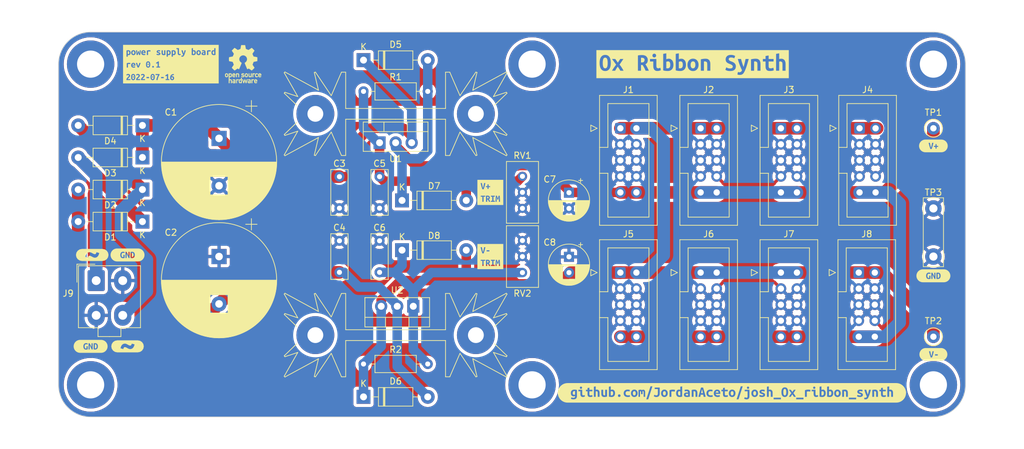
<source format=kicad_pcb>
(kicad_pcb (version 20221018) (generator pcbnew)
  (title_block (title "Josh Ox Ribbon Synth power supply board") (date "2022-06-26") (rev "0") (comment 2 "creativecommons.org/licenses/by/4.0") (comment 3 "license: CC by 4.0") (comment 4 "Author: Jordan Aceto"))
  (layers (0 "F.Cu" signal) (31 "B.Cu" signal) (34 "B.Paste" user) (35 "F.Paste" user) (36 "B.SilkS" user "B.Silkscreen") (37 "F.SilkS" user "F.Silkscreen") (38 "B.Mask" user) (39 "F.Mask" user) (44 "Edge.Cuts" user))
  (net 0 "")
  (net 1 "Net-(C1-Pad1)")
  (net 2 "GND")
  (net 3 "Net-(C2-Pad2)")
  (net 4 "Net-(C5-Pad1)")
  (net 5 "Net-(C6-Pad2)")
  (net 6 "+15V")
  (net 7 "-15V")
  (net 8 "Net-(D1-Pad1)")
  (net 9 "Net-(D2-Pad1)")
  (footprint "kibuzzard-62B8A02A" (layer "F.Cu") (at 85.09 106.68)
    (fp_text reference "kibuzzard-62B8A02A" hide)
    (fp_text value "G***" hide)
  )
  (footprint "Package_TO_SOT_THT:TO-220-3_Vertical" (layer "F.Cu") (at 130.556 88.9)
    (fp_text reference "U1" (at 2.54 2.54) (layer "F.SilkS"))
    (fp_text value "LM317_TO-220")
    (pad "1" thru_hole rect (at 0 0) (size 1.905 2) (drill 1.1) (layers "*.Cu" "*.Mask") (net 4 "Net-(C5-Pad1)"))
    (pad "2" thru_hole oval (at 2.54 0) (size 1.905 2) (drill 1.1) (layers "*.Cu" "*.Mask") (net 6 "+15V"))
    (pad "3" thru_hole oval (at 5.08 0) (size 1.905 2) (drill 1.1) (layers "*.Cu" "*.Mask") (net 1 "Net-(C1-Pad1)"))
  )
  (footprint "kibuzzard-62AC7A9F" (layer "F.Cu") (at 180.086 76.454)
    (fp_text reference "kibuzzard-62AC7A9F" hide)
    (fp_text value "G***" hide)
  )
  (footprint "Resistor_THT:R_Axial_DIN0207_L6.3mm_D2.5mm_P10.16mm_Horizontal" (layer "F.Cu") (at 138.176 80.772 180)
    (fp_text reference "R1" (at 5.08 2.286) (layer "F.SilkS"))
    (fp_text value "240")
    (pad "1" thru_hole circle (at 0 0 180) (size 1.6 1.6) (drill 0.8) (layers "*.Cu" "*.Mask") (net 6 "+15V"))
    (pad "2" thru_hole oval (at 10.16 0 180) (size 1.6 1.6) (drill 0.8) (layers "*.Cu" "*.Mask") (net 4 "Net-(C5-Pad1)"))
  )
  (footprint "Diode_THT:D_DO-41_SOD81_P10.16mm_Horizontal" (layer "F.Cu") (at 134.112 98.044)
    (fp_text reference "D7" (at 5.08 -2.286 180) (layer "F.SilkS"))
    (fp_text value "1N4002")
    (fp_text user "K" (at 0 -2.1) (layer "F.SilkS"))
    (pad "1" thru_hole rect (at 0 0) (size 2.2 2.2) (drill 1.1) (layers "*.Cu" "*.Mask") (net 6 "+15V"))
    (pad "2" thru_hole oval (at 10.16 0) (size 2.2 2.2) (drill 1.1) (layers "*.Cu" "*.Mask") (net 4 "Net-(C5-Pad1)"))
  )
  (footprint "kibuzzard-62B89F93" (layer "F.Cu") (at 90.678 106.68)
    (fp_text reference "kibuzzard-62B89F93" hide)
    (fp_text value "G***" hide)
  )
  (footprint "TestPoint:TestPoint_Bridge_Pitch7.62mm_Drill1.3mm" (layer "F.Cu") (at 218.186 106.934 90)
    (fp_text reference "TP3" (at 10.16 0 180) (layer "F.SilkS"))
    (fp_text value "GND")
    (pad "1" thru_hole circle (at 0 0 90) (size 2.6 2.6) (drill 1.3) (layers "*.Cu" "*.Mask") (net 2 "GND"))
    (pad "1" thru_hole circle (at 7.62 0 90) (size 2.6 2.6) (drill 1.3) (layers "*.Cu" "*.Mask") (net 2 "GND"))
  )
  (footprint "kibuzzard-62B89FD2" (layer "F.Cu") (at 148.082 96.774)
    (fp_text reference "kibuzzard-62B89FD2" hide)
    (fp_text value "G***" hide)
  )
  (footprint "Connector_IDC:IDC-Header_2x05_P2.54mm_Vertical" (layer "F.Cu") (at 168.656 86.614)
    (fp_text reference "J1" (at 1.27 -6.1) (layer "F.SilkS"))
    (fp_text value "power_out")
    (pad "1" thru_hole roundrect (at 0 0) (size 1.7 1.7) (drill 1) (layers "*.Cu" "*.Mask") (roundrect_rratio 0.147059) (net 7 "-15V"))
    (pad "2" thru_hole circle (at 2.54 0) (size 1.7 1.7) (drill 1) (layers "*.Cu" "*.Mask") (net 7 "-15V"))
    (pad "3" thru_hole circle (at 0 2.54) (size 1.7 1.7) (drill 1) (layers "*.Cu" "*.Mask") (net 2 "GND"))
    (pad "4" thru_hole circle (at 2.54 2.54) (size 1.7 1.7) (drill 1) (layers "*.Cu" "*.Mask") (net 2 "GND"))
    (pad "5" thru_hole circle (at 0 5.08) (size 1.7 1.7) (drill 1) (layers "*.Cu" "*.Mask") (net 2 "GND"))
    (pad "6" thru_hole circle (at 2.54 5.08) (size 1.7 1.7) (drill 1) (layers "*.Cu" "*.Mask") (net 2 "GND"))
    (pad "7" thru_hole circle (at 0 7.62) (size 1.7 1.7) (drill 1) (layers "*.Cu" "*.Mask") (net 2 "GND"))
    (pad "8" thru_hole circle (at 2.54 7.62) (size 1.7 1.7) (drill 1) (layers "*.Cu" "*.Mask") (net 2 "GND"))
    (pad "9" thru_hole circle (at 0 10.16) (size 1.7 1.7) (drill 1) (layers "*.Cu" "*.Mask") (net 6 "+15V"))
    (pad "10" thru_hole circle (at 2.54 10.16) (size 1.7 1.7) (drill 1) (layers "*.Cu" "*.Mask") (net 6 "+15V"))
  )
  (footprint "Diode_THT:D_DO-41_SOD81_P10.16mm_Horizontal" (layer "F.Cu") (at 93.032 86.158 180)
    (fp_text reference "D4" (at 5.08 -2.47) (layer "F.SilkS"))
    (fp_text value "1N4002")
    (fp_text user "K" (at 0 -2.1) (layer "F.SilkS"))
    (pad "1" thru_hole rect (at 0 0 180) (size 2.2 2.2) (drill 1.1) (layers "*.Cu" "*.Mask") (net 1 "Net-(C1-Pad1)"))
    (pad "2" thru_hole oval (at 10.16 0 180) (size 2.2 2.2) (drill 1.1) (layers "*.Cu" "*.Mask") (net 9 "Net-(D2-Pad1)"))
  )
  (footprint "Symbol:OSHW-Logo_5.7x6mm_SilkScreen" (layer "F.Cu") (at 108.966 76.454)
    (fp_text reference "REF**" hide)
    (fp_text value "OSHW-Logo_5.7x6mm_SilkScreen" hide)
  )
  (footprint "Diode_THT:D_DO-41_SOD81_P10.16mm_Horizontal" (layer "F.Cu") (at 93.032 91.238 180)
    (fp_text reference "D3" (at 5.08 -2.47) (layer "F.SilkS"))
    (fp_text value "1N4002")
    (fp_text user "K" (at 0 -2.1) (layer "F.SilkS"))
    (pad "1" thru_hole rect (at 0 0 180) (size 2.2 2.2) (drill 1.1) (layers "*.Cu" "*.Mask") (net 1 "Net-(C1-Pad1)"))
    (pad "2" thru_hole oval (at 10.16 0 180) (size 2.2 2.2) (drill 1.1) (layers "*.Cu" "*.Mask") (net 8 "Net-(D1-Pad1)"))
  )
  (footprint "MountingHole:MountingHole_4.3mm_M4_DIN965_Pad" (layer "F.Cu") (at 84.836 76.454)
    (fp_text reference "REF**" hide)
    (fp_text value "MountingHole_4.3mm_M4_DIN965_Pad")
    (pad "1" thru_hole circle locked (at 0 0) (size 7.5 7.5) (drill 4.3) (layers "*.Cu" "*.Mask"))
  )
  (footprint "Diode_THT:D_DO-41_SOD81_P10.16mm_Horizontal" (layer "F.Cu") (at 93.032 101.398 180)
    (fp_text reference "D1" (at 5.08 -2.47) (layer "F.SilkS"))
    (fp_text value "1N4002")
    (fp_text user "K" (at 0 -2.1) (layer "F.SilkS"))
    (pad "1" thru_hole rect (at 0 0 180) (size 2.2 2.2) (drill 1.1) (layers "*.Cu" "*.Mask") (net 8 "Net-(D1-Pad1)"))
    (pad "2" thru_hole oval (at 10.16 0 180) (size 2.2 2.2) (drill 1.1) (layers "*.Cu" "*.Mask") (net 3 "Net-(C2-Pad2)"))
  )
  (footprint "custom_footprints:Heatsink_Fischer_SK104-STC-STIC_35x13mm_2xDrill2.5mm" (layer "F.Cu") (at 133.096 119.38)
    (fp_text reference "REF**" hide)
    (fp_text value "Heatsink_Fischer_SK104-STC-STIC_35x13mm_2xDrill2.5mm")
    (pad "1" thru_hole circle (at -12.7 0 180) (size 6 6) (drill 2.5) (layers "*.Cu" "*.Mask"))
    (pad "1" thru_hole circle (at 12.7 0) (size 6 6) (drill 2.5) (layers "*.Cu" "*.Mask"))
  )
  (footprint "Capacitor_THT:CP_Radial_D18.0mm_P7.50mm" (layer "F.Cu") (at 105.156 106.934 -90)
    (fp_text reference "C2" (at -3.81 7.62 180) (layer "F.SilkS"))
    (fp_text value "3300u")
    (pad "1" thru_hole rect (at 0 0 270) (size 2.4 2.4) (drill 1.2) (layers "*.Cu" "*.Mask") (net 2 "GND"))
    (pad "2" thru_hole circle (at 7.5 0 270) (size 2.4 2.4) (drill 1.2) (layers "*.Cu" "*.Mask") (net 3 "Net-(C2-Pad2)"))
  )
  (footprint "Connector_IDC:IDC-Header_2x05_P2.54mm_Vertical" (layer "F.Cu") (at 206.502 86.614)
    (fp_text reference "J4" (at 1.27 -6.1) (layer "F.SilkS"))
    (fp_text value "power_out")
    (pad "1" thru_hole roundrect (at 0 0) (size 1.7 1.7) (drill 1) (layers "*.Cu" "*.Mask") (roundrect_rratio 0.147059) (net 7 "-15V"))
    (pad "2" thru_hole circle (at 2.54 0) (size 1.7 1.7) (drill 1) (layers "*.Cu" "*.Mask") (net 7 "-15V"))
    (pad "3" thru_hole circle (at 0 2.54) (size 1.7 1.7) (drill 1) (layers "*.Cu" "*.Mask") (net 2 "GND"))
    (pad "4" thru_hole circle (at 2.54 2.54) (size 1.7 1.7) (drill 1) (layers "*.Cu" "*.Mask") (net 2 "GND"))
    (pad "5" thru_hole circle (at 0 5.08) (size 1.7 1.7) (drill 1) (layers "*.Cu" "*.Mask") (net 2 "GND"))
    (pad "6" thru_hole circle (at 2.54 5.08) (size 1.7 1.7) (drill 1) (layers "*.Cu" "*.Mask") (net 2 "GND"))
    (pad "7" thru_hole circle (at 0 7.62) (size 1.7 1.7) (drill 1) (layers "*.Cu" "*.Mask") (net 2 "GND"))
    (pad "8" thru_hole circle (at 2.54 7.62) (size 1.7 1.7) (drill 1) (layers "*.Cu" "*.Mask") (net 2 "GND"))
    (pad "9" thru_hole circle (at 0 10.16) (size 1.7 1.7) (drill 1) (layers "*.Cu" "*.Mask") (net 6 "+15V"))
    (pad "10" thru_hole circle (at 2.54 10.16) (size 1.7 1.7) (drill 1) (layers "*.Cu" "*.Mask") (net 6 "+15V"))
  )
  (footprint "kibuzzard-62B89F9F" (layer "F.Cu") (at 218.186 89.408)
    (fp_text reference "kibuzzard-62B89F9F" hide)
    (fp_text value "G***" hide)
  )
  (footprint "Potentiometer_THT:Potentiometer_Bourns_3296W_Vertical" (layer "F.Cu") (at 153.162 104.394 90)
    (fp_text reference "RV2" (at -8.382 0 180) (layer "F.SilkS"))
    (fp_text value "5k")
    (pad "1" thru_hole circle (at 0 0 90) (size 1.44 1.44) (drill 0.8) (layers "*.Cu" "*.Mask") (net 2 "GND"))
    (pad "2" thru_hole circle (at -2.54 0 90) (size 1.44 1.44) (drill 0.8) (layers "*.Cu" "*.Mask") (net 2 "GND"))
    (pad "3" thru_hole circle (at -5.08 0 90) (size 1.44 1.44) (drill 0.8) (layers "*.Cu" "*.Mask") (net 5 "Net-(C6-Pad2)"))
  )
  (footprint "Capacitor_THT:C_Rect_L7.0mm_W2.5mm_P5.00mm" (layer "F.Cu") (at 124.206 104.434 -90)
    (fp_text reference "C4" (at -2.072 0 180) (layer "F.SilkS"))
    (fp_text value "100n")
    (pad "1" thru_hole circle (at 0 0 270) (size 1.6 1.6) (drill 0.8) (layers "*.Cu" "*.Mask") (net 2 "GND"))
    (pad "2" thru_hole circle (at 5 0 270) (size 1.6 1.6) (drill 0.8) (layers "*.Cu" "*.Mask") (net 3 "Net-(C2-Pad2)"))
  )
  (footprint "Connector_IDC:IDC-Header_2x05_P2.54mm_Vertical" (layer "F.Cu") (at 206.376 109.474)
    (fp_text reference "J8" (at 1.27 -6.1) (layer "F.SilkS"))
    (fp_text value "power_out")
    (pad "1" thru_hole roundrect (at 0 0) (size 1.7 1.7) (drill 1) (layers "*.Cu" "*.Mask") (roundrect_rratio 0.147059) (net 7 "-15V"))
    (pad "2" thru_hole circle (at 2.54 0) (size 1.7 1.7) (drill 1) (layers "*.Cu" "*.Mask") (net 7 "-15V"))
    (pad "3" thru_hole circle (at 0 2.54) (size 1.7 1.7) (drill 1) (layers "*.Cu" "*.Mask") (net 2 "GND"))
    (pad "4" thru_hole circle (at 2.54 2.54) (size 1.7 1.7) (drill 1) (layers "*.Cu" "*.Mask") (net 2 "GND"))
    (pad "5" thru_hole circle (at 0 5.08) (size 1.7 1.7) (drill 1) (layers "*.Cu" "*.Mask") (net 2 "GND"))
    (pad "6" thru_hole circle (at 2.54 5.08) (size 1.7 1.7) (drill 1) (layers "*.Cu" "*.Mask") (net 2 "GND"))
    (pad "7" thru_hole circle (at 0 7.62) (size 1.7 1.7) (drill 1) (layers "*.Cu" "*.Mask") (net 2 "GND"))
    (pad "8" thru_hole circle (at 2.54 7.62) (size 1.7 1.7) (drill 1) (layers "*.Cu" "*.Mask") (net 2 "GND"))
    (pad "9" thru_hole circle (at 0 10.16) (size 1.7 1.7) (drill 1) (layers "*.Cu" "*.Mask") (net 6 "+15V"))
    (pad "10" thru_hole circle (at 2.54 10.16) (size 1.7 1.7) (drill 1) (layers "*.Cu" "*.Mask") (net 6 "+15V"))
  )
  (footprint "Connector_IDC:IDC-Header_2x05_P2.54mm_Vertical" (layer "F.Cu") (at 194.056 86.614)
    (fp_text reference "J3" (at 1.27 -6.1) (layer "F.SilkS"))
    (fp_text value "power_out")
    (pad "1" thru_hole roundrect (at 0 0) (size 1.7 1.7) (drill 1) (layers "*.Cu" "*.Mask") (roundrect_rratio 0.147059) (net 7 "-15V"))
    (pad "2" thru_hole circle (at 2.54 0) (size 1.7 1.7) (drill 1) (layers "*.Cu" "*.Mask") (net 7 "-15V"))
    (pad "3" thru_hole circle (at 0 2.54) (size 1.7 1.7) (drill 1) (layers "*.Cu" "*.Mask") (net 2 "GND"))
    (pad "4" thru_hole circle (at 2.54 2.54) (size 1.7 1.7) (drill 1) (layers "*.Cu" "*.Mask") (net 2 "GND"))
    (pad "5" thru_hole circle (at 0 5.08) (size 1.7 1.7) (drill 1) (layers "*.Cu" "*.Mask") (net 2 "GND"))
    (pad "6" thru_hole circle (at 2.54 5.08) (size 1.7 1.7) (drill 1) (layers "*.Cu" "*.Mask") (net 2 "GND"))
    (pad "7" thru_hole circle (at 0 7.62) (size 1.7 1.7) (drill 1) (layers "*.Cu" "*.Mask") (net 2 "GND"))
    (pad "8" thru_hole circle (at 2.54 7.62) (size 1.7 1.7) (drill 1) (layers "*.Cu" "*.Mask") (net 2 "GND"))
    (pad "9" thru_hole circle (at 0 10.16) (size 1.7 1.7) (drill 1) (layers "*.Cu" "*.Mask") (net 6 "+15V"))
    (pad "10" thru_hole circle (at 2.54 10.16) (size 1.7 1.7) (drill 1) (layers "*.Cu" "*.Mask") (net 6 "+15V"))
  )
  (footprint "Connector_IDC:IDC-Header_2x05_P2.54mm_Vertical" (layer "F.Cu") (at 168.656 109.474)
    (fp_text reference "J5" (at 1.27 -6.1) (layer "F.SilkS"))
    (fp_text value "power_out")
    (pad "1" thru_hole roundrect (at 0 0) (size 1.7 1.7) (drill 1) (layers "*.Cu" "*.Mask") (roundrect_rratio 0.147059) (net 7 "-15V"))
    (pad "2" thru_hole circle (at 2.54 0) (size 1.7 1.7) (drill 1) (layers "*.Cu" "*.Mask") (net 7 "-15V"))
    (pad "3" thru_hole circle (at 0 2.54) (size 1.7 1.7) (drill 1) (layers "*.Cu" "*.Mask") (net 2 "GND"))
    (pad "4" thru_hole circle (at 2.54 2.54) (size 1.7 1.7) (drill 1) (layers "*.Cu" "*.Mask") (net 2 "GND"))
    (pad "5" thru_hole circle (at 0 5.08) (size 1.7 1.7) (drill 1) (layers "*.Cu" "*.Mask") (net 2 "GND"))
    (pad "6" thru_hole circle (at 2.54 5.08) (size 1.7 1.7) (drill 1) (layers "*.Cu" "*.Mask") (net 2 "GND"))
    (pad "7" thru_hole circle (at 0 7.62) (size 1.7 1.7) (drill 1) (layers "*.Cu" "*.Mask") (net 2 "GND"))
    (pad "8" thru_hole circle (at 2.54 7.62) (size 1.7 1.7) (drill 1) (layers "*.Cu" "*.Mask") (net 2 "GND"))
    (pad "9" thru_hole circle (at 0 10.16) (size 1.7 1.7) (drill 1) (layers "*.Cu" "*.Mask") (net 6 "+15V"))
    (pad "10" thru_hole circle (at 2.54 10.16) (size 1.7 1.7) (drill 1) (layers "*.Cu" "*.Mask") (net 6 "+15V"))
  )
  (footprint "Capacitor_THT:CP_Radial_D6.3mm_P2.50mm" (layer "F.Cu") (at 160.528 96.814 -90)
    (fp_text reference "C7" (at -2.119621 3.048 180) (layer "F.SilkS"))
    (fp_text value "10u")
    (pad "1" thru_hole rect (at 0 0 270) (size 1.6 1.6) (drill 0.8) (layers "*.Cu" "*.Mask") (net 6 "+15V"))
    (pad "2" thru_hole circle (at 2.5 0 270) (size 1.6 1.6) (drill 0.8) (layers "*.Cu" "*.Mask") (net 2 "GND"))
  )
  (footprint "Capacitor_THT:CP_Radial_D18.0mm_P7.50mm" (layer "F.Cu") (at 105.156 88.21622 -90)
    (fp_text reference "C1" (at -4.14222 7.62 180) (layer "F.SilkS"))
    (fp_text value "3300u")
    (pad "1" thru_hole rect (at 0 0 270) (size 2.4 2.4) (drill 1.2) (layers "*.Cu" "*.Mask") (net 1 "Net-(C1-Pad1)"))
    (pad "2" thru_hole circle (at 7.5 0 270) (size 2.4 2.4) (drill 1.2) (layers "*.Cu" "*.Mask") (net 2 "GND"))
  )
  (footprint "Resistor_THT:R_Axial_DIN0207_L6.3mm_D2.5mm_P10.16mm_Horizontal" (layer "F.Cu") (at 138.176 123.952 180)
    (fp_text reference "R2" (at 5.08 2.286) (layer "F.SilkS"))
    (fp_text value "240")
    (pad "1" thru_hole circle (at 0 0 180) (size 1.6 1.6) (drill 0.8) (layers "*.Cu" "*.Mask") (net 5 "Net-(C6-Pad2)"))
    (pad "2" thru_hole oval (at 10.16 0 180) (size 1.6 1.6) (drill 0.8) (layers "*.Cu" "*.Mask") (net 7 "-15V"))
  )
  (footprint "Capacitor_THT:C_Rect_L7.0mm_W2.5mm_P5.00mm" (layer "F.Cu") (at 130.556 94.274 -90)
    (fp_text reference "C5" (at -2.072 0 180) (layer "F.SilkS"))
    (fp_text value "100n")
    (pad "1" thru_hole circle (at 0 0 270) (size 1.6 1.6) (drill 0.8) (layers "*.Cu" "*.Mask") (net 4 "Net-(C5-Pad1)"))
    (pad "2" thru_hole circle (at 5 0 270) (size 1.6 1.6) (drill 0.8) (layers "*.Cu" "*.Mask") (net 2 "GND"))
  )
  (footprint "custom_footprints:Heatsink_Fischer_SK104-STC-STIC_35x13mm_2xDrill2.5mm" (layer "F.Cu") (at 133.096 84.328)
    (fp_text reference "REF**" hide)
    (fp_text value "Heatsink_Fischer_SK104-STC-STIC_35x13mm_2xDrill2.5mm")
    (pad "1" thru_hole circle (at -12.7 0 180) (size 6 6) (drill 2.5) (layers "*.Cu" "*.Mask"))
    (pad "1" thru_hole circle (at 12.7 0) (size 6 6) (drill 2.5) (layers "*.Cu" "*.Mask"))
  )
  (footprint "MountingHole:MountingHole_4.3mm_M4_DIN965_Pad" (layer "F.Cu") (at 218.186 76.454)
    (fp_text reference "REF**" hide)
    (fp_text value "MountingHole_4.3mm_M4_DIN965_Pad")
    (pad "1" thru_hole circle locked (at 0 0) (size 7.5 7.5) (drill 4.3) (layers "*.Cu" "*.Mask"))
  )
  (footprint "MountingHole:MountingHole_4.3mm_M4_DIN965_Pad" (layer "F.Cu") (at 218.186 127.254)
    (fp_text reference "REF**" hide)
    (fp_text value "MountingHole_4.3mm_M4_DIN965_Pad")
    (pad "1" thru_hole circle locked (at 0 0) (size 7.5 7.5) (drill 4.3) (layers "*.Cu" "*.Mask"))
  )
  (footprint "Diode_THT:D_DO-41_SOD81_P10.16mm_Horizontal" (layer "F.Cu") (at 128.016 75.819)
    (fp_text reference "D5" (at 5.08 -2.47) (layer "F.SilkS"))
    (fp_text value "1N4002")
    (fp_text user "K" (at 0 -2.1) (layer "F.SilkS"))
    (pad "1" thru_hole rect (at 0 0) (size 2.2 2.2) (drill 1.1) (layers "*.Cu" "*.Mask") (net 1 "Net-(C1-Pad1)"))
    (pad "2" thru_hole oval (at 10.16 0) (size 2.2 2.2) (drill 1.1) (layers "*.Cu" "*.Mask") (net 6 "+15V"))
  )
  (footprint "MountingHole:MountingHole_4.3mm_M4_DIN965_Pad" (layer "F.Cu") (at 154.686 127.254)
    (fp_text reference "REF**" hide)
    (fp_text value "MountingHole_4.3mm_M4_DIN965_Pad")
    (pad "1" thru_hole circle locked (at 0 0) (size 7.5 7.5) (drill 4.3) (layers "*.Cu" "*.Mask"))
  )
  (footprint "TestPoint:TestPoint_Keystone_5000-5004_Miniature" (layer "F.Cu") (at 218.186 119.634)
    (fp_text reference "TP2" (at 0 -2.5) (layer "F.SilkS"))
    (fp_text value "V-")
    (pad "1" thru_hole circle (at 0 0) (size 2 2) (drill 1) (layers "*.Cu" "*.Mask") (net 7 "-15V"))
  )
  (footprint "Connector_IDC:IDC-Header_2x05_P2.54mm_Vertical" (layer "F.Cu") (at 194.056 109.474)
    (fp_text reference "J7" (at 1.27 -6.1) (layer "F.SilkS"))
    (fp_text value "power_out")
    (pad "1" thru_hole roundrect (at 0 0) (size 1.7 1.7) (drill 1) (layers "*.Cu" "*.Mask") (roundrect_rratio 0.147059) (net 7 "-15V"))
    (pad "2" thru_hole circle (at 2.54 0) (size 1.7 1.7) (drill 1) (layers "*.Cu" "*.Mask") (net 7 "-15V"))
    (pad "3" thru_hole circle (at 0 2.54) (size 1.7 1.7) (drill 1) (layers "*.Cu" "*.Mask") (net 2 "GND"))
    (pad "4" thru_hole circle (at 2.54 2.54) (size 1.7 1.7) (drill 1) (layers "*.Cu" "*.Mask") (net 2 "GND"))
    (pad "5" thru_hole circle (at 0 5.08) (size 1.7 1.7) (drill 1) (layers "*.Cu" "*.Mask") (net 2 "GND"))
    (pad "6" thru_hole circle (at 2.54 5.08) (size 1.7 1.7) (drill 1) (layers "*.Cu" "*.Mask") (net 2 "GND"))
    (pad "7" thru_hole circle (at 0 7.62) (size 1.7 1.7) (drill 1) (layers "*.Cu" "*.Mask") (net 2 "GND"))
    (pad "8" thru_hole circle (at 2.54 7.62) (size 1.7 1.7) (drill 1) (layers "*.Cu" "*.Mask") (net 2 "GND"))
    (pad "9" thru_hole circle (at 0 10.16) (size 1.7 1.7) (drill 1) (layers "*.Cu" "*.Mask") (net 6 "+15V"))
    (pad "10" thru_hole circle (at 2.54 10.16) (size 1.7 1.7) (drill 1) (layers "*.Cu" "*.Mask") (net 6 "+15V"))
  )
  (footprint "Connector_IDC:IDC-Header_2x05_P2.54mm_Vertical" (layer "F.Cu") (at 181.356 86.614)
    (fp_text reference "J2" (at 1.27 -6.1) (layer "F.SilkS"))
    (fp_text value "power_out")
    (pad "1" thru_hole roundrect (at 0 0) (size 1.7 1.7) (drill 1) (layers "*.Cu" "*.Mask") (roundrect_rratio 0.147059) (net 7 "-15V"))
    (pad "2" thru_hole circle (at 2.54 0) (size 1.7 1.7) (drill 1) (layers "*.Cu" "*.Mask") (net 7 "-15V"))
    (pad "3" thru_hole circle (at 0 2.54) (size 1.7 1.7) (drill 1) (layers "*.Cu" "*.Mask") (net 2 "GND"))
    (pad "4" thru_hole circle (at 2.54 2.54) (size 1.7 1.7) (drill 1) (layers "*.Cu" "*.Mask") (net 2 "GND"))
    (pad "5" thru_hole circle (at 0 5.08) (size 1.7 1.7) (drill 1) (layers "*.Cu" "*.Mask") (net 2 "GND"))
    (pad "6" thru_hole circle (at 2.54 5.08) (size 1.7 1.7) (drill 1) (layers "*.Cu" "*.Mask") (net 2 "GND"))
    (pad "7" thru_hole circle (at 0 7.62) (size 1.7 1.7) (drill 1) (layers "*.Cu" "*.Mask") (net 2 "GND"))
    (pad "8" thru_hole circle (at 2.54 7.62) (size 1.7 1.7) (drill 1) (layers "*.Cu" "*.Mask") (net 2 "GND"))
    (pad "9" thru_hole circle (at 0 10.16) (size 1.7 1.7) (drill 1) (layers "*.Cu" "*.Mask") (net 6 "+15V"))
    (pad "10" thru_hole circle (at 2.54 10.16) (size 1.7 1.7) (drill 1) (layers "*.Cu" "*.Mask") (net 6 "+15V"))
  )
  (footprint "MountingHole:MountingHole_4.3mm_M4_DIN965_Pad" (layer "F.Cu") (at 154.686 76.454)
    (fp_text reference "REF**" hide)
    (fp_text value "MountingHole_4.3mm_M4_DIN965_Pad")
    (pad "1" thru_hole circle locked (at 0 0) (size 7.5 7.5) (drill 4.3) (layers "*.Cu" "*.Mask"))
  )
  (footprint "Connector_IDC:IDC-Header_2x05_P2.54mm_Vertical" (layer "F.Cu") (at 181.356 109.474)
    (fp_text reference "J6" (at 1.27 -6.1) (layer "F.SilkS"))
    (fp_text value "power_out")
    (pad "1" thru_hole roundrect (at 0 0) (size 1.7 1.7) (drill 1) (layers "*.Cu" "*.Mask") (roundrect_rratio 0.147059) (net 7 "-15V"))
    (pad "2" thru_hole circle (at 2.54 0) (size 1.7 1.7) (drill 1) (layers "*.Cu" "*.Mask") (net 7 "-15V"))
    (pad "3" thru_hole circle (at 0 2.54) (size 1.7 1.7) (drill 1) (layers "*.Cu" "*.Mask") (net 2 "GND"))
    (pad "4" thru_hole circle (at 2.54 2.54) (size 1.7 1.7) (drill 1) (layers "*.Cu" "*.Mask") (net 2 "GND"))
    (pad "5" thru_hole circle (at 0 5.08) (size 1.7 1.7) (drill 1) (layers "*.Cu" "*.Mask") (net 2 "GND"))
    (pad "6" thru_hole circle (at 2.54 5.08) (size 1.7 1.7) (drill 1) (layers "*.Cu" "*.Mask") (net 2 "GND"))
    (pad "7" thru_hole circle (at 0 7.62) (size 1.7 1.7) (drill 1) (layers "*.Cu" "*.Mask") (net 2 "GND"))
    (pad "8" thru_hole circle (at 2.54 7.62) (size 1.7 1.7) (drill 1) (layers "*.Cu" "*.Mask") (net 2 "GND"))
    (pad "9" thru_hole circle (at 0 10.16) (size 1.7 1.7) (drill 1) (layers "*.Cu" "*.Mask") (net 6 "+15V"))
    (pad "10" thru_hole circle (at 2.54 10.16) (size 1.7 1.7) (drill 1) (layers "*.Cu" "*.Mask") (net 6 "+15V"))
  )
  (footprint "kibuzzard-62D2BBF1" (layer "F.Cu") (at 97.536 76.454)
    (fp_text reference "kibuzzard-62D2BBF1" hide)
    (fp_text value "G***" hide)
  )
  (footprint "MountingHole:MountingHole_4.3mm_M4_DIN965_Pad" (layer "F.Cu") (at 84.836 127.254)
    (fp_text reference "REF**" hide)
    (fp_text value "MountingHole_4.3mm_M4_DIN965_Pad")
    (pad "1" thru_hole circle locked (at 0 0) (size 7.5 7.5) (drill 4.3) (layers "*.Cu" "*.Mask"))
  )
  (footprint "kibuzzard-62B89FA9" (layer "F.Cu") (at 218.186 122.428)
    (fp_text reference "kibuzzard-62B89FA9" hide)
    (fp_text value "G***" hide)
  )
  (footprint "kibuzzard-62B89F93" (layer "F.Cu") (at 84.836 121.158)
    (fp_text reference "kibuzzard-62B89F93" hide)
    (fp_text value "G***" hide)
  )
  (footprint "Diode_THT:D_DO-41_SOD81_P10.16mm_Horizontal" (layer "F.Cu") (at 128.016 129.159)
    (fp_text reference "D6" (at 5.08 -2.47) (layer "F.SilkS"))
    (fp_text value "1N4002")
    (fp_text user "K" (at 0 -2.1) (layer "F.SilkS"))
    (pad "1" thru_hole rect (at 0 0) (size 2.2 2.2) (drill 1.1) (layers "*.Cu" "*.Mask") (net 7 "-15V"))
    (pad "2" thru_hole oval (at 10.16 0) (size 2.2 2.2) (drill 1.1) (layers "*.Cu" "*.Mask") (net 3 "Net-(C2-Pad2)"))
  )
  (footprint "Connector_Molex:Molex_Mini-Fit_Jr_5566-04A_2x02_P4.20mm_Vertical" (layer "F.Cu") (at 85.716 110.744)
    (fp_text reference "J9" (at -4.436 2.032) (layer "F.SilkS"))
    (fp_text value "AC_power_in")
    (pad "1" thru_hole roundrect (at 0 0) (size 2.7 3.3) (drill 1.4) (layers "*.Cu" "*.Mask") (roundrect_rratio 0.092593) (net 8 "Net-(D1-Pad1)"))
    (pad "2" thru_hole oval (at 4.2 0) (size 2.7 3.3) (drill 1.4) (layers "*.Cu" "*.Mask") (net 2 "GND"))
    (pad "3" thru_hole oval (at 0 5.5) (size 2.7 3.3) (drill 1.4) (layers "*.Cu" "*.Mask") (net 2 "GND"))
    (pad "4" thru_hole oval (at 4.2 5.5) (size 2.7 3.3) (drill 1.4) (layers "*.Cu" "*.Mask") (net 9 "Net-(D2-Pad1)"))
  )
  (footprint "Capacitor_THT:C_Rect_L7.0mm_W2.5mm_P5.00mm" (layer "F.Cu") (at 124.206 94.274 -90)
    (fp_text reference "C3" (at -2.072 0 180) (layer "F.SilkS"))
    (fp_text value "100n")
    (pad "1" thru_hole circle (at 0 0 270) (size 1.6 1.6) (drill 0.8) (layers "*.Cu" "*.Mask") (net 1 "Net-(C1-Pad1)"))
    (pad "2" thru_hole circle (at 5 0 270) (size 1.6 1.6) (drill 0.8) (layers "*.Cu" "*.Mask") (net 2 "GND"))
  )
  (footprint "Capacitor_THT:C_Rect_L7.0mm_W2.5mm_P5.00mm" (layer "F.Cu") (at 130.556 104.434 -90)
    (fp_text reference "C6" (at -2.072 0 180) (layer "F.SilkS"))
    (fp_text value "100n")
    (pad "1" thru_hole circle (at 0 0 270) (size 1.6 1.6) (drill 0.8) (layers "*.Cu" "*.Mask") (net 2 "GND"))
    (pad "2" thru_hole circle (at 5 0 270) (size 1.6 1.6) (drill 0.8) (layers "*.Cu" "*.Mask") (net 5 "Net-(C6-Pad2)"))
  )
  (footprint "Diode_THT:D_DO-41_SOD81_P10.16mm_Horizontal" (layer "F.Cu") (at 93.032 96.318 180)
    (fp_text reference "D2" (at 5.08 -2.47) (layer "F.SilkS"))
    (fp_text value "1N4002")
    (fp_text user "K" (at 0 -2.1) (layer "F.SilkS"))
    (pad "1" thru_hole rect (at 0 0 180) (size 2.2 2.2) (drill 1.1) (layers "*.Cu" "*.Mask") (net 9 "Net-(D2-Pad1)"))
    (pad "2" thru_hole oval (at 10.16 0 180) (size 2.2 2.2) (drill 1.1) (layers "*.Cu" "*.Mask") (net 3 "Net-(C2-Pad2)"))
  )
  (footprint "Capacitor_THT:CP_Radial_D6.3mm_P2.50mm" (layer "F.Cu") (at 160.528 106.974 -90)
    (fp_text reference "C8" (at -2.286 3.048 180) (layer "F.SilkS"))
    (fp_text value "10u")
    (pad "1" thru_hole rect (at 0 0 270) (size 1.6 1.6) (drill 0.8) (layers "*.Cu" "*.Mask") (net 2 "GND"))
    (pad "2" thru_hole circle (at 2.5 0 270) (size 1.6 1.6) (drill 0.8) (layers "*.Cu" "*.Mask") (net 7 "-15V"))
  )
  (footprint "TestPoint:TestPoint_Keystone_5000-5004_Miniature" (layer "F.Cu") (at 218.186 86.614)
    (fp_text reference "TP1" (at 0 -2.5) (layer "F.SilkS"))
    (fp_text value "V+")
    (pad "1" thru_hole circle (at 0 0) (size 2 2) (drill 1) (layers "*.Cu" "*.Mask") (net 6 "+15V"))
  )
  (footprint "Package_TO_SOT_THT:TO-220-3_Vertical" (layer "F.Cu") (at 135.89 114.808 180)
    (fp_text reference "U2" (at 2.54 2.54) (layer "F.SilkS"))
    (fp_text value "LM337_TO220")
    (pad "1" thru_hole rect (at 0 0 180) (size 1.905 2) (drill 1.1) (layers "*.Cu" "*.Mask") (net 5 "Net-(C6-Pad2)"))
    (pad "2" thru_hole oval (at 2.54 0 180) (size 1.905 2) (drill 1.1) (layers "*.Cu" "*.Mask") (net 3 "Net-(C2-Pad2)"))
    (pad "3" thru_hole oval (at 5.08 0 180) (size 1.905 2) (drill 1.1) (layers "*.Cu" "*.Mask") (net 7 "-15V"))
  )
  (footprint "Potentiometer_THT:Potentiometer_Bourns_3296W_Vertical" (layer "F.Cu") (at 153.162 94.224 90)
    (fp_text reference "RV1" (at 3.292 0 180) (layer "F.SilkS"))
    (fp_text value "5k")
    (pad "1" thru_hole circle (at 0 0 90) (size 1.44 1.44) (drill 0.8) (layers "*.Cu" "*.Mask") (net 4 "Net-(C5-Pad1)"))
    (pad "2" thru_hole circle (at -2.54 0 90) (size 1.44 1.44) (drill 0.8) (layers "*.Cu" "*.Mask") (net 2 "GND"))
    (pad "3" thru_hole circle (at -5.08 0 90) (size 1.44 1.44) (drill 0.8) (layers "*.Cu" "*.Mask") (net 2 "GND"))
  )
  (footprint "kibuzzard-62B8A02A" (layer "F.Cu") (at 90.678 121.158)
    (fp_text reference "kibuzzard-62B8A02A" hide)
    (fp_text value "G***" hide)
  )
  (footprint "kibuzzard-62B89FC4" (layer "F.Cu") (at 148.082 106.934)
    (fp_text reference "kibuzzard-62B89FC4" hide)
    (fp_text value "G***" hide)
  )
  (footprint "kibuzzard-62B8A297" (layer "F.Cu") (at 186.309 128.524)
    (fp_text reference "kibuzzard-62B8A297" hide)
    (fp_text value "G***" hide)
  )
  (footprint "kibuzzard-62B89F93" (layer "F.Cu") (at 218.186 109.982)
    (fp_text reference "kibuzzard-62B89F93" hide)
    (fp_text value "G***" hide)
  )
  (footprint "Diode_THT:D_DO-41_SOD81_P10.16mm_Horizontal" (layer "F.Cu") (at 134.112 105.918)
    (fp_text reference "D8" (at 5.08 -2.286) (layer "F.SilkS"))
    (fp_text value "1N4002")
    (fp_text user "K" (at 0 -2.1) (layer "F.SilkS"))
    (pad "1" thru_hole rect (at 0 0) (size 2.2 2.2) (drill 1.1) (layers "*.Cu" "*.Mask") (net 5 "Net-(C6-Pad2)"))
    (pad "2" thru_hole oval (at 10.16 0) (size 2.2 2.2) (drill 1.1) (layers "*.Cu" "*.Mask") (net 7 "-15V"))
  )
  (gr_arc (start 218.186 71.374) (mid 221.778102 72.861898) (end 223.266 76.454) (stroke (width 0.1)) (layer "Edge.Cuts"))
  (gr_arc (start 79.756 76.454) (mid 81.243898 72.861898) (end 84.836 71.374) (stroke (width 0.1)) (layer "Edge.Cuts"))
  (gr_line (start 79.756 76.454) (end 79.756 127.254) (stroke (width 0.1)) (layer "Edge.Cuts"))
  (gr_line (start 223.266 127.254) (end 223.266 76.454) (stroke (width 0.1)) (layer "Edge.Cuts"))
  (gr_arc (start 223.266 127.254) (mid 221.778102 130.846102) (end 218.186 132.334) (stroke (width 0.1)) (layer "Edge.Cuts"))
  (gr_arc (start 84.836 132.334) (mid 81.243898 130.846102) (end 79.756 127.254) (stroke (width 0.1)) (layer "Edge.Cuts"))
  (gr_line (start 84.836 132.334) (end 218.186 132.334) (stroke (width 0.1)) (layer "Edge.Cuts"))
  (gr_line (start 218.186 71.374) (end 84.836 71.374) (stroke (width 0.1)) (layer "Edge.Cuts"))
  (segment (start 127.254 92.456) (end 125.436 94.274) (width 1.5) (layer "F.Cu") (net 1))
  (segment (start 135.636 88.9) (end 135.636 87.884) (width 1.5) (layer "F.Cu") (net 1))
  (segment (start 93.032 91.238) (end 93.032 86.158) (width 2) (layer "F.Cu") (net 1))
  (segment (start 125.436 94.274) (end 124.206 94.274) (width 1.5) (layer "F.Cu") (net 1))
  (segment (start 127.254 88.392) (end 127.254 92.456) (width 1.5) (layer "F.Cu") (net 1))
  (segment (start 124.206 94.274) (end 111.21378 94.274) (width 2) (layer "F.Cu") (net 1))
  (segment (start 134.366 86.614) (end 129.032 86.614) (width 1.5) (layer "F.Cu") (net 1))
  (segment (start 129.032 86.614) (end 127.254 88.392) (width 1.5) (layer "F.Cu") (net 1))
  (segment (start 111.21378 94.274) (end 105.156 88.21622) (width 2) (layer "F.Cu") (net 1))
  (segment (start 93.032 86.158) (end 103.09778 86.158) (width 2) (layer "F.Cu") (net 1))
  (segment (start 135.636 87.884) (end 134.366 86.614) (width 1.5) (layer "F.Cu") (net 1))
  (segment (start 103.09778 86.158) (end 105.156 88.21622) (width 2) (layer "F.Cu") (net 1))
  (segment (start 135.636 83.439) (end 135.636 88.9) (width 1.5) (layer "B.Cu") (net 1))
  (segment (start 128.016 75.819) (end 135.636 83.439) (width 1.5) (layer "B.Cu") (net 1))
  (segment (start 82.872 96.318) (end 82.872 101.398) (width 2) (layer "F.Cu") (net 3))
  (segment (start 82.872 118.432) (end 86.36 121.92) (width 2) (layer "F.Cu") (net 3))
  (segment (start 82.872 101.398) (end 82.872 118.432) (width 2) (layer "F.Cu") (net 3))
  (segment (start 110.156 109.434) (end 124.206 109.434) (width 2) (layer "F.Cu") (net 3))
  (segment (start 97.67 121.92) (end 105.156 114.434) (width 2) (layer "F.Cu") (net 3))
  (segment (start 86.36 121.92) (end 97.67 121.92) (width 2) (layer "F.Cu") (net 3))
  (segment (start 105.156 114.434) (end 110.156 109.434) (width 2) (layer "F.Cu") (net 3))
  (segment (start 133.35 124.333) (end 138.176 129.159) (width 1.5) (layer "B.Cu") (net 3))
  (segment (start 130.500041 111.76) (end 127.254 111.76) (width 1.5) (layer "B.Cu") (net 3))
  (segment (start 133.096 114.355959) (end 130.500041 111.76) (width 1.5) (layer "B.Cu") (net 3))
  (segment (start 124.928 109.434) (end 124.206 109.434) (width 1.5) (layer "B.Cu") (net 3))
  (segment (start 127.254 111.76) (end 124.928 109.434) (width 1.5) (layer "B.Cu") (net 3))
  (segment (start 133.35 114.935) (end 133.35 124.333) (width 1.5) (layer "B.Cu") (net 3))
  (segment (start 152.39 94.996) (end 153.162 94.224) (width 1.5) (layer "F.Cu") (net 4))
  (segment (start 144.272 95.25) (end 144.018 94.996) (width 1.5) (layer "F.Cu") (net 4))
  (segment (start 131.278 94.996) (end 144.018 94.996) (width 1.5) (layer "F.Cu") (net 4))
  (segment (start 144.018 94.996) (end 152.39 94.996) (width 1.5) (layer "F.Cu") (net 4))
  (segment (start 144.272 98.044) (end 144.272 95.25) (width 1.5) (layer "F.Cu") (net 4))
  (segment (start 130.556 94.274) (end 131.278 94.996) (width 1.5) (layer "F.Cu") (net 4))
  (segment (start 130.556 89.154) (end 130.556 94.274) (width 1.5) (layer "F.Cu") (net 4))
  (segment (start 128.016 80.772) (end 128.016 86.614) (width 1.5) (layer "B.Cu") (net 4))
  (segment (start 128.016 86.614) (end 130.556 89.154) (width 1.5) (layer "B.Cu") (net 4))
  (segment (start 133.016 109.434) (end 130.556 109.434) (width 1.5) (layer "B.Cu") (net 5))
  (segment (start 138.724 109.474) (end 135.89 112.308) (width 1.5) (layer "B.Cu") (net 5))
  (segment (start 153.162 109.474) (end 138.724 109.474) (width 1.5) (layer "B.Cu") (net 5))
  (segment (start 133.016 109.434) (end 135.89 112.308) (width 1.5) (layer "B.Cu") (net 5))
  (segment (start 134.112 105.918) (end 134.112 108.338) (width 1.5) (layer "B.Cu") (net 5))
  (segment (start 134.112 108.338) (end 133.016 109.434) (width 1.5) (layer "B.Cu") (net 5))
  (segment (start 135.89 121.666) (end 138.176 123.952) (width 1.5) (layer "B.Cu") (net 5))
  (segment (start 135.89 114.935) (end 135.89 121.666) (width 1.5) (layer "B.Cu") (net 5))
  (segment (start 135.89 114.808) (end 135.89 112.308) (width 1.5) (layer "B.Cu") (net 5))
  (segment (start 156.532499 92.524499) (end 160.782 96.774) (width 1.5) (layer "F.Cu") (net 6))
  (segment (start 136.275208 92.564) (end 152.418542 92.564) (width 1.5) (layer "F.Cu") (net 6))
  (segment (start 218.186 89.086081) (end 218.186 86.614) (width 2) (layer "F.Cu") (net 6))
  (segment (start 196.596 96.774) (end 194.056 96.774) (width 2) (layer "F.Cu") (net 6))
  (segment (start 133.096 89.384792) (end 136.275208 92.564) (width 1.5) (layer "F.Cu") (net 6))
  (segment (start 160.528 96.814) (end 160.568 96.774) (width 1.5) (layer "F.Cu") (net 6))
  (segment (start 196.596 96.774) (end 209.296 96.774) (width 2) (layer "F.Cu") (net 6))
  (segment (start 152.418542 92.564) (end 152.458043 92.524499) (width 1.5) (layer "F.Cu") (net 6))
  (segment (start 152.458043 92.524499) (end 156.532499 92.524499) (width 1.5) (layer "F.Cu") (net 6))
  (segment (start 160.568 96.774) (end 168.656 96.774) (width 1.5) (layer "F.Cu") (net 6))
  (segment (start 183.896 96.774) (end 168.656 96.774) (width 2) (layer "F.Cu") (net 6))
  (segment (start 208.916 119.634) (end 168.656 119.634) (width 2) (layer "F.Cu") (net 6))
  (segment (start 210.498081 96.774) (end 218.186 89.086081) (width 2) (layer "F.Cu") (net 6))
  (segment (start 209.296 96.774) (end 210.498081 96.774) (width 2) (layer "F.Cu") (net 6))
  (segment (start 160.782 96.774) (end 160.782 96.814) (width 1.5) (layer "F.Cu") (net 6))
  (segment (start 138.176 80.772) (end 138.176 90.17) (width 1.5) (layer "B.Cu") (net 6))
  (segment (start 206.376 119.634) (end 210.566 119.634) (width 2) (layer "B.Cu") (net 6))
  (segment (start 136.906 91.44) (end 134.874 91.44) (width 1.5) (layer "B.Cu") (net 6))
  (segment (start 211.074 96.774) (end 206.502 96.774) (width 2) (layer "B.Cu") (net 6))
  (segment (start 138.176 75.819) (end 138.176 80.772) (width 1.5) (layer "B.Cu") (net 6))
  (segment (start 138.176 90.17) (end 136.906 91.44) (width 1.5) (layer "B.Cu") (net 6))
  (segment (start 212.852 98.552) (end 211.074 96.774) (width 2) (layer "B.Cu") (net 6))
  (segment (start 133.096 89.662) (end 133.096 88.9) (width 1.5) (layer "B.Cu") (net 6))
  (segment (start 134.112 98.044) (end 134.112 90.678) (width 1.5) (layer "B.Cu") (net 6))
  (segment (start 134.112 90.678) (end 133.096 89.662) (width 1.5) (layer "B.Cu") (net 6))
  (segment (start 210.566 119.634) (end 212.852 117.348) (width 2) (layer "B.Cu") (net 6))
  (segment (start 196.596 96.774) (end 181.356 96.774) (width 2) (layer "B.Cu") (net 6))
  (segment (start 134.874 91.44) (end 133.096 89.662) (width 1.5) (layer "B.Cu") (net 6))
  (segment (start 212.852 117.348) (end 212.852 98.552) (width 2) (layer "B.Cu") (net 6))
  (segment (start 168.656 109.474) (end 160.782 109.474) (width 2) (layer "F.Cu") (net 7))
  (segment (start 144.272 105.918) (end 144.272 110.744) (width 1.5) (layer "F.Cu") (net 7))
  (segment (start 130.81 113.792) (end 133.858 110.744) (width 1.5) (layer "F.Cu") (net 7))
  (segment (start 158.75 111.252) (end 160.528 109.474) (width 1.5) (layer "F.Cu") (net 7))
  (segment (start 133.858 110.744) (end 144.272 110.744) (width 1.5) (layer "F.Cu") (net 7))
  (segment (start 183.896 109.474) (end 168.656 109.474) (width 2) (layer "F.Cu") (net 7))
  (segment (start 151.742499 110.744) (end 152.250499 111.252) (width 1.5) (layer "F.Cu") (net 7))
  (segment (start 144.272 110.744) (end 151.742499 110.744) (width 1.5) (layer "F.Cu") (net 7))
  (segment (start 208.916 109.474) (end 210.118081 109.474) (width 2) (layer "F.Cu") (net 7))
  (segment (start 194.056 109.474) (end 208.916 109.474) (width 2) (layer "F.Cu") (net 7))
  (segment (start 218.186 117.541919) (end 218.186 119.634) (width 2) (layer "F.Cu") (net 7))
  (segment (start 210.118081 109.474) (end 218.186 117.541919) (width 2) (layer "F.Cu") (net 7))
  (segment (start 209.296 86.614) (end 168.656 86.614) (width 2) (layer "F.Cu") (net 7))
  (segment (start 152.250499 111.252) (end 158.75 111.252) (width 1.5) (layer "F.Cu") (net 7))
  (segment (start 130.81 114.808) (end 130.81 113.792) (width 1.5) (layer "F.Cu") (net 7))
  (segment (start 172.72 109.474) (end 175.514 106.68) (width 2) (layer "B.Cu") (net 7))
  (segment (start 130.81 121.158) (end 128.016 123.952) (width 1.5) (layer "B.Cu") (net 7))
  (segment (start 171.196 109.474) (end 172.72 109.474) (width 2) (layer "B.Cu") (net 7))
  (segment (start 128.016 123.952) (end 128.016 129.159) (width 1.5) (layer "B.Cu") (net 7))
  (segment (start 175.514 88.646) (end 173.482 86.614) (width 2) (layer "B.Cu") (net 7))
  (segment (start 173.482 86.614) (end 171.196 86.614) (width 2) (layer "B.Cu") (net 7))
  (segment (start 130.81 114.935) (end 130.81 121.158) (width 1.5) (layer "B.Cu") (net 7))
  (segment (start 175.514 106.68) (end 175.514 88.646) (width 2) (layer "B.Cu") (net 7))
  (segment (start 196.596 109.474) (end 181.356 109.474) (width 2) (layer "B.Cu") (net 7))
  (segment (start 93.032 101.398) (end 82.872 91.238) (width 2) (layer "F.Cu") (net 8))
  (segment (start 85.716 94.082) (end 82.872 91.238) (width 2) (layer "B.Cu") (net 8))
  (segment (start 85.716 110.744) (end 85.716 94.082) (width 2) (layer "B.Cu") (net 8))
  (segment (start 93.032 96.318) (end 82.872 86.158) (width 2) (layer "F.Cu") (net 9))
  (segment (start 93.032 96.318) (end 89.662 99.688) (width 2) (layer "B.Cu") (net 9))
  (segment (start 93.726 112.434) (end 89.916 116.244) (width 2) (layer "B.Cu") (net 9))
  (segment (start 93.726 107.442) (end 93.726 112.434) (width 2) (layer "B.Cu") (net 9))
  (segment (start 89.662 103.378) (end 93.726 107.442) (width 2) (layer "B.Cu") (net 9))
  (segment (start 89.662 99.688) (end 89.662 103.378) (width 2) (layer "B.Cu") (net 9))
  (zone (net 2) (net_name "GND") (layer "F.Cu") (connect_pads (clearance 0.508)) (min_thickness 0.254) (fill yes (thermal_gap 0.508) (thermal_bridge_width 0.508))
    (polygon (pts (xy 227.076 134.874) (xy 77.216 134.874) (xy 77.216 68.834) (xy 227.076 68.834)))
  )
  (zone (net 0) (net_name "") (layer "F.Cu") (connect_pads (clearance 0)) (min_thickness 0.254)
    (keepout (tracks not_allowed) (vias not_allowed) (pads allowed) (copperpour not_allowed) (footprints allowed))
    (fill (thermal_gap 0.508) (thermal_bridge_width 0.508))
    (polygon (pts (xy 125.73 118.11) (xy 140.462 118.11) (xy 140.462 112.014) (xy 151.384 112.014) (xy 151.384 126.492) (xy 140.462 126.492) (xy 140.462 120.65) (xy 125.73 120.65) (xy 125.73 126.492) (xy 114.808 126.492) (xy 114.808 112.014) (xy 125.73 112.014)))
  )
  (zone (net 0) (net_name "") (layer "F.Cu") (connect_pads (clearance 0)) (min_thickness 0.254)
    (keepout (tracks not_allowed) (vias not_allowed) (pads allowed) (copperpour not_allowed) (footprints allowed))
    (fill (thermal_gap 0.508) (thermal_bridge_width 0.508))
    (polygon (pts (xy 125.73 83.058) (xy 140.462 83.058) (xy 140.462 77.216) (xy 151.384 77.216) (xy 151.384 91.44) (xy 140.462 91.44) (xy 140.462 85.598) (xy 125.73 85.598) (xy 125.73 91.44) (xy 114.808 91.44) (xy 114.808 77.216) (xy 125.73 77.216)))
  )
  (zone (net 2) (net_name "GND") (layer "B.Cu") (connect_pads (clearance 0.508)) (min_thickness 0.254) (fill yes (thermal_gap 0.508) (thermal_bridge_width 0.508))
    (polygon (pts (xy 229.616 137.414) (xy 74.676 137.414) (xy 74.676 66.294) (xy 229.616 66.294)))
  )
)
</source>
